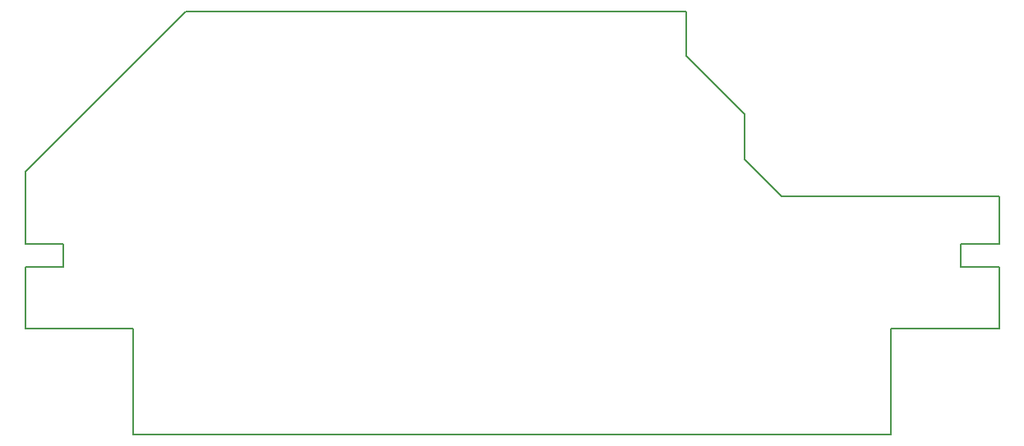
<source format=gbr>
G04 DipTrace 2.4.0.2*
%INBoardOutline.gbr*%
%MOIN*%
%ADD11C,0.0055*%
%FSLAX44Y44*%
G04*
G70*
G90*
G75*
G01*
%LNBoardOutline*%
%LPD*%
X8312Y8250D2*
D11*
Y3937D1*
X39062D1*
Y8250D1*
X43437D1*
Y10750D1*
X41875D1*
Y11687D1*
X43437D1*
X43441Y13626D1*
X34628D1*
X33128Y15126D1*
Y16938D1*
X30752Y19314D1*
Y21126D1*
X10438D1*
X3937Y14626D1*
Y11687D1*
X5500D1*
Y10750D1*
X3937D1*
Y8250D1*
X8312D1*
M02*

</source>
